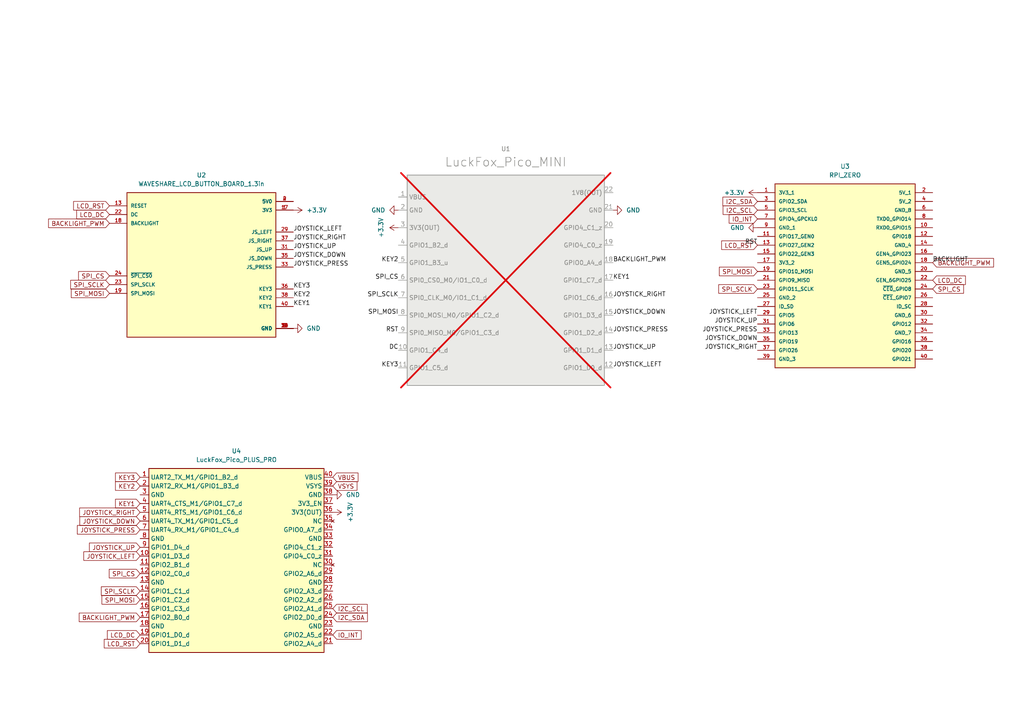
<source format=kicad_sch>
(kicad_sch (version 20250114) (generator "eeschema") (generator_version "9.0")
  (paper "A4")
  (lib_symbols
    (symbol "Luckfox:LuckFox_Pico_MINI"
      (property "Reference" "U" (at 0 53.34 0))
      (property "Value" "LuckFox_Pico_MINI" (at 1.016 -8.382 0))
      (symbol "LuckFox_Pico_MINI_0_1"
        (rectangle (start -25.4 54.61) (end 31.75 -6.35) (stroke (width 0.254)) (fill (type background)))
      )
      (symbol "LuckFox_Pico_MINI_1_1"
        (pin power_in line (at -27.94 48.26 0) (length 2.54) (name "VBUS") (number "1"))
        (pin power_in line (at -27.94 44.45 0) (length 2.54) (name "GND") (number "2"))
        (pin power_out line (at -27.94 39.37 0) (length 2.54) (name "3V3(OUT)") (number "3"))
        (pin bidirectional line (at -27.94 34.29 0) (length 2.54) (name "GPIO1_B2_d") (number "4"))
        (pin bidirectional line (at -27.94 29.21 0) (length 2.54) (name "GPIO1_B3_u") (number "5"))
        (pin bidirectional line (at -27.94 24.13 0) (length 2.54) (name "SPI0_CS0_M0/IO1_C0_d") (number "6"))
        (pin bidirectional line (at -27.94 19.05 0) (length 2.54) (name "SPI0_CLK_M0/IO1_C1_d") (number "7"))
        (pin bidirectional line (at -27.94 13.97 0) (length 2.54) (name "SPI0_MOSI_M0/GPIO1_C2_d") (number "8"))
        (pin bidirectional line (at -27.94 8.89 0) (length 2.54) (name "SPI0_MISO_M0/GPIO1_C3_d") (number "9"))
        (pin bidirectional line (at -27.94 3.81 0) (length 2.54) (name "GPIO1_C4_d") (number "10"))
        (pin bidirectional line (at -27.94 -1.27 0) (length 2.54) (name "GPIO1_C5_d") (number "11"))
        (pin power_out line (at 34.29 49.53 180) (length 2.54) (name "1V8(OUT)") (number "22"))
        (pin power_in line (at 34.29 44.45 180) (length 2.54) (name "GND") (number "21"))
        (pin bidirectional line (at 34.29 39.37 180) (length 2.54) (name "GPIO4_C1_z") (number "20"))
        (pin bidirectional line (at 34.29 34.29 180) (length 2.54) (name "GPIO4_C0_z") (number "19"))
        (pin bidirectional line (at 34.29 29.21 180) (length 2.54) (name "GPIO0_A4_d") (number "18"))
        (pin bidirectional line (at 34.29 24.13 180) (length 2.54) (name "GPIO1_C7_d") (number "17"))
        (pin bidirectional line (at 34.29 19.05 180) (length 2.54) (name "GPIO1_C6_d") (number "16"))
        (pin bidirectional line (at 34.29 13.97 180) (length 2.54) (name "GPIO1_D3_d") (number "15"))
        (pin bidirectional line (at 34.29 8.89 180) (length 2.54) (name "GPIO1_D2_d") (number "14"))
        (pin bidirectional line (at 34.29 3.81 180) (length 2.54) (name "GPIO1_D1_d") (number "13"))
        (pin bidirectional line (at 34.29 -1.27 180) (length 2.54) (name "GPIO1_D0_d") (number "12"))
      )
    )
    (symbol "Luckfox:LuckFox_Pico_PLUS_PRO"
      (property "Reference" "U" (at 0 54.61 0))
      (property "Value" "LuckFox_Pico_PLUS_PRO" (at -0.508 -1.778 0))
      (symbol "LuckFox_Pico_PLUS_PRO_0_1"
        (rectangle (start -25.4 53.34) (end 25.4 0) (stroke (width 0.254)) (fill (type background)))
      )
      (symbol "LuckFox_Pico_PLUS_PRO_1_1"
        (pin bidirectional line (at -27.94 50.8 0) (length 2.54) (name "UART2_TX_M1/GPIO1_B2_d") (number "1"))
        (pin bidirectional line (at -27.94 48.26 0) (length 2.54) (name "UART2_RX_M1/GPIO1_B3_d") (number "2"))
        (pin power_in line (at -27.94 45.72 0) (length 2.54) (name "GND") (number "3"))
        (pin bidirectional line (at -27.94 43.18 0) (length 2.54) (name "UART4_CTS_M1/GPIO1_C7_d") (number "4"))
        (pin bidirectional line (at -27.94 40.64 0) (length 2.54) (name "UART4_RTS_M1/GPIO1_C6_d") (number "5"))
        (pin bidirectional line (at -27.94 38.1 0) (length 2.54) (name "UART4_TX_M1/GPIO1_C5_d") (number "6"))
        (pin bidirectional line (at -27.94 35.56 0) (length 2.54) (name "UART4_RX_M1/GPIO1_C4_d") (number "7"))
        (pin power_in line (at -27.94 33.02 0) (length 2.54) (name "GND") (number "8"))
        (pin bidirectional line (at -27.94 30.48 0) (length 2.54) (name "GPIO1_D4_d") (number "9"))
        (pin bidirectional line (at -27.94 27.94 0) (length 2.54) (name "GPIO1_D3_d") (number "10"))
        (pin bidirectional line (at -27.94 25.4 0) (length 2.54) (name "GPIO2_B1_d") (number "11"))
        (pin bidirectional line (at -27.94 22.86 0) (length 2.54) (name "GPIO2_C0_d") (number "12"))
        (pin power_in line (at -27.94 20.32 0) (length 2.54) (name "GND") (number "13"))
        (pin bidirectional line (at -27.94 17.78 0) (length 2.54) (name "GPIO1_C1_d") (number "14"))
        (pin bidirectional line (at -27.94 15.24 0) (length 2.54) (name "GPIO1_C2_d") (number "15"))
        (pin bidirectional line (at -27.94 12.7 0) (length 2.54) (name "GPIO1_C3_d") (number "16"))
        (pin bidirectional line (at -27.94 10.16 0) (length 2.54) (name "GPIO2_B0_d") (number "17"))
        (pin power_in line (at -27.94 7.62 0) (length 2.54) (name "GND") (number "18"))
        (pin bidirectional line (at -27.94 5.08 0) (length 2.54) (name "GPIO1_D0_d") (number "19"))
        (pin bidirectional line (at -27.94 2.54 0) (length 2.54) (name "GPIO1_D1_d") (number "20"))
        (pin power_in line (at 27.94 50.8 180) (length 2.54) (name "VBUS") (number "40"))
        (pin power_in line (at 27.94 48.26 180) (length 2.54) (name "VSYS") (number "39"))
        (pin power_in line (at 27.94 45.72 180) (length 2.54) (name "GND") (number "38"))
        (pin power_in line (at 27.94 43.18 180) (length 2.54) (name "3V3_EN") (number "37"))
        (pin power_out line (at 27.94 40.64 180) (length 2.54) (name "3V3(OUT)") (number "36"))
        (pin no_connect line (at 27.94 38.1 180) (length 2.54) (name "NC") (number "35"))
        (pin bidirectional line (at 27.94 35.56 180) (length 2.54) (name "GPIO0_A7_d") (number "34"))
        (pin power_in line (at 27.94 33.02 180) (length 2.54) (name "GND") (number "33"))
        (pin bidirectional line (at 27.94 30.48 180) (length 2.54) (name "GPIO4_C1_z") (number "32"))
        (pin bidirectional line (at 27.94 27.94 180) (length 2.54) (name "GPIO4_C0_z") (number "31"))
        (pin no_connect line (at 27.94 25.4 180) (length 2.54) (name "NC") (number "30"))
        (pin bidirectional line (at 27.94 22.86 180) (length 2.54) (name "GPIO2_A6_d") (number "29"))
        (pin power_in line (at 27.94 20.32 180) (length 2.54) (name "GND") (number "28"))
        (pin bidirectional line (at 27.94 17.78 180) (length 2.54) (name "GPIO2_A3_d") (number "27"))
        (pin bidirectional line (at 27.94 15.24 180) (length 2.54) (name "GPIO2_A2_d") (number "26"))
        (pin bidirectional line (at 27.94 12.7 180) (length 2.54) (name "GPIO2_A1_d") (number "25"))
        (pin bidirectional line (at 27.94 10.16 180) (length 2.54) (name "GPIO2_D0_d") (number "24"))
        (pin power_in line (at 27.94 7.62 180) (length 2.54) (name "GND") (number "23"))
        (pin bidirectional line (at 27.94 5.08 180) (length 2.54) (name "GPIO2_A5_d") (number "22"))
        (pin bidirectional line (at 27.94 2.54 180) (length 2.54) (name "GPIO2_A4_d") (number "21"))
      )
    )
    (symbol "SeedSigner:RPI_ZERO" (pin_names (offset 1.016))
      (property "Reference" "U" (at -20.34 26.6962 0))
      (property "Value" "RPI_ZERO" (at -20.3391 -30.5087 0))
      (symbol "RPI_ZERO_0_0"
        (rectangle (start -20.32 -27.94) (end 20.32 25.4) (stroke (width 0.254)) (fill (type background)))
        (pin power_in line (at -25.4 22.86 0) (length 5.08) (name "3V3_1") (number "1"))
        (pin bidirectional line (at -25.4 20.32 0) (length 5.08) (name "GPIO2_SDA") (number "3"))
        (pin bidirectional line (at -25.4 17.78 0) (length 5.08) (name "GPIO3_SCL") (number "5"))
        (pin bidirectional line (at -25.4 15.24 0) (length 5.08) (name "GPIO4_GPCKL0") (number "7"))
        (pin power_in line (at -25.4 12.7 0) (length 5.08) (name "GND_1") (number "9"))
        (pin bidirectional line (at -25.4 10.16 0) (length 5.08) (name "GPIO17_GEN0") (number "11"))
        (pin bidirectional line (at -25.4 7.62 0) (length 5.08) (name "GPIO27_GEN2") (number "13"))
        (pin bidirectional line (at -25.4 5.08 0) (length 5.08) (name "GPIO22_GEN3") (number "15"))
        (pin power_in line (at -25.4 2.54 0) (length 5.08) (name "3V3_2") (number "17"))
        (pin bidirectional line (at -25.4 0 0) (length 5.08) (name "GPIO10_MOSI") (number "19"))
        (pin bidirectional line (at -25.4 -2.54 0) (length 5.08) (name "GPIO9_MISO") (number "21"))
        (pin bidirectional line (at -25.4 -5.08 0) (length 5.08) (name "GPIO11_SCLK") (number "23"))
        (pin power_in line (at -25.4 -7.62 0) (length 5.08) (name "GND_2") (number "25"))
        (pin bidirectional line (at -25.4 -10.16 0) (length 5.08) (name "ID_SD") (number "27"))
        (pin bidirectional line (at -25.4 -12.7 0) (length 5.08) (name "GPIO5") (number "29"))
        (pin bidirectional line (at -25.4 -15.24 0) (length 5.08) (name "GPIO6") (number "31"))
        (pin bidirectional line (at -25.4 -17.78 0) (length 5.08) (name "GPIO13") (number "33"))
        (pin bidirectional line (at -25.4 -20.32 0) (length 5.08) (name "GPIO19") (number "35"))
        (pin bidirectional line (at -25.4 -22.86 0) (length 5.08) (name "GPIO26") (number "37"))
        (pin power_in line (at -25.4 -25.4 0) (length 5.08) (name "GND_3") (number "39"))
        (pin power_in line (at 25.4 22.86 180) (length 5.08) (name "5V_1") (number "2"))
        (pin power_in line (at 25.4 20.32 180) (length 5.08) (name "5V_2") (number "4"))
        (pin power_in line (at 25.4 17.78 180) (length 5.08) (name "GND_8") (number "6"))
        (pin bidirectional line (at 25.4 15.24 180) (length 5.08) (name "TXD0_GPIO14") (number "8"))
        (pin bidirectional line (at 25.4 12.7 180) (length 5.08) (name "RXD0_GPIO15") (number "10"))
        (pin bidirectional line (at 25.4 10.16 180) (length 5.08) (name "GPIO18") (number "12"))
        (pin power_in line (at 25.4 7.62 180) (length 5.08) (name "GND_4") (number "14"))
        (pin bidirectional line (at 25.4 5.08 180) (length 5.08) (name "GEN4_GPIO23") (number "16"))
        (pin bidirectional line (at 25.4 2.54 180) (length 5.08) (name "GEN5_GPIO24") (number "18"))
        (pin power_in line (at 25.4 0 180) (length 5.08) (name "GND_5") (number "20"))
        (pin bidirectional line (at 25.4 -2.54 180) (length 5.08) (name "GEN_6GPIO25") (number "22"))
        (pin bidirectional line (at 25.4 -5.08 180) (length 5.08) (name "~{CE0}_GPIO8") (number "24"))
        (pin bidirectional line (at 25.4 -7.62 180) (length 5.08) (name "~{CE1}_GPIO7") (number "26"))
        (pin bidirectional line (at 25.4 -10.16 180) (length 5.08) (name "ID_SC") (number "28"))
        (pin power_in line (at 25.4 -12.7 180) (length 5.08) (name "GND_6") (number "30"))
        (pin bidirectional line (at 25.4 -15.24 180) (length 5.08) (name "GPIO12") (number "32"))
        (pin power_in line (at 25.4 -17.78 180) (length 5.08) (name "GND_7") (number "34"))
        (pin bidirectional line (at 25.4 -20.32 180) (length 5.08) (name "GPIO16") (number "36"))
        (pin bidirectional line (at 25.4 -22.86 180) (length 5.08) (name "GPIO20") (number "38"))
        (pin bidirectional line (at 25.4 -25.4 180) (length 5.08) (name "GPIO21") (number "40"))
      )
    )
    (symbol "SeedSigner:WAVESHARE_LCD_BUTTON" (pin_names (offset 1.016))
      (property "Reference" "U" (at -23.368 21.336 0))
      (property "Value" "WAVESHARE_LCD_BUTTON_BOARD_1.3in" (at -19.812 -24.384 0))
      (symbol "WAVESHARE_LCD_BUTTON_0_0"
        (rectangle (start -22.86 20.32) (end 20.32 -21.59) (stroke (width 0.254)) (fill (type background)))
        (pin power_in line (at 25.4 17.78 180) (length 5.08) (name "5V0") (number "2"))
        (pin power_in line (at 25.4 17.78 180) (length 5.08) (name "5V0") (number "4"))
        (pin power_in line (at 25.4 15.24 180) (length 5.08) (name "3V3") (number "1"))
        (pin power_in line (at 25.4 15.24 180) (length 5.08) (name "3V3") (number "17"))
        (pin power_in line (at 25.4 -19.05 180) (length 5.08) (name "GND") (number "14"))
        (pin power_in line (at 25.4 -19.05 180) (length 5.08) (name "GND") (number "20"))
        (pin power_in line (at 25.4 -19.05 180) (length 5.08) (name "GND") (number "25"))
        (pin power_in line (at 25.4 -19.05 180) (length 5.08) (name "GND") (number "30"))
        (pin power_in line (at 25.4 -19.05 180) (length 5.08) (name "GND") (number "34"))
        (pin power_in line (at 25.4 -19.05 180) (length 5.08) (name "GND") (number "39"))
        (pin power_in line (at 25.4 -19.05 180) (length 5.08) (name "GND") (number "6"))
        (pin power_in line (at 25.4 -19.05 180) (length 5.08) (name "GND") (number "9"))
      )
      (symbol "WAVESHARE_LCD_BUTTON_1_0"
        (pin bidirectional line (at -27.94 16.51 0) (length 5.08) (name "RESET") (number "13"))
        (pin bidirectional line (at -27.94 13.97 0) (length 5.08) (name "DC") (number "22"))
        (pin bidirectional line (at -27.94 11.43 0) (length 5.08) (name "BACKLIGHT") (number "18"))
        (pin bidirectional line (at -27.94 -3.81 0) (length 5.08) (name "~{SPI_CS0}") (number "24"))
        (pin bidirectional line (at -27.94 -6.35 0) (length 5.08) (name "SPI_SCLK") (number "23"))
        (pin bidirectional line (at -27.94 -8.89 0) (length 5.08) (name "SPI_MOSI") (number "19"))
        (pin bidirectional line (at 25.4 8.89 180) (length 5.08) (name "JS_LEFT") (number "29"))
        (pin bidirectional line (at 25.4 6.35 180) (length 5.08) (name "JS_RIGHT") (number "37"))
        (pin bidirectional line (at 25.4 3.81 180) (length 5.08) (name "JS_UP") (number "31"))
        (pin bidirectional line (at 25.4 1.27 180) (length 5.08) (name "JS_DOWN") (number "35"))
        (pin bidirectional line (at 25.4 -1.27 180) (length 5.08) (name "JS_PRESS") (number "33"))
        (pin bidirectional line (at 25.4 -7.62 180) (length 5.08) (name "KEY3") (number "36"))
        (pin bidirectional line (at 25.4 -10.16 180) (length 5.08) (name "KEY2") (number "38"))
        (pin bidirectional line (at 25.4 -12.7 180) (length 5.08) (name "KEY1") (number "40"))
      )
    )
    (symbol "power:+3.3V" (power) (pin_names (offset 0))
      (property "Value" "+3.3V" (at 0 3.556 0))
      (symbol "+3.3V_0_1"
        (polyline (pts (xy -0.762 1.27) (xy 0 2.54)))
        (polyline (pts (xy 0 2.54) (xy 0.762 1.27)))
        (polyline (pts (xy 0 0) (xy 0 2.54)))
      )
      (symbol "+3.3V_1_1"
        (pin power_in line (at 0 0 90) (length 0) (hide yes) (name "+3.3V") (number "1"))
      )
    )
    (symbol "power:GND" (power) (pin_names (offset 0))
      (property "Value" "GND" (at 0 -3.81 0))
      (symbol "GND_0_1"
        (polyline (pts (xy 0 0) (xy 0 -1.27) (xy 1.27 -1.27) (xy 0 -2.54) (xy -1.27 -1.27) (xy 0 -1.27)))
      )
      (symbol "GND_1_1"
        (pin power_in line (at 0 0 270) (length 0) (hide yes) (name "GND") (number "1"))
      )
    )
  )
  (label "JOYSTICK_RIGHT" (at 85.09 69.85 0))
  (label "SPI_MOSI" (at 115.57 91.44 180))
  (label "JOYSTICK_UP" (at 177.8 101.6 0))
  (label "JOYSTICK_PRESS" (at 177.8 96.52 0))
  (label "KEY1" (at 177.8 81.28 0))
  (label "JOYSTICK_LEFT" (at 177.8 106.68 0))
  (label "JOYSTICK_RIGHT" (at 219.71 101.6 180))
  (label "SPI_SCLK" (at 115.57 86.36 180))
  (label "JOYSTICK_PRESS" (at 219.71 96.52 180))
  (label "JOYSTICK_DOWN" (at 177.8 91.44 0))
  (label "JOYSTICK_RIGHT" (at 177.8 86.36 0))
  (label "JOYSTICK_DOWN" (at 85.09 74.93 0))
  (label "JOYSTICK_LEFT" (at 219.71 91.44 180))
  (label "RST" (at 219.71 71.12 180))
  (label "BACKLIGHT" (at 270.51 76.2 0))
  (label "JOYSTICK_LEFT" (at 85.09 67.31 0))
  (label "JOYSTICK_UP" (at 219.71 93.98 180))
  (label "SPI_CS" (at 115.57 81.28 180))
  (label "JOYSTICK_PRESS" (at 85.09 77.47 0))
  (label "BACKLIGHT_PWM" (at 177.8 76.2 0))
  (label "KEY2" (at 115.57 76.2 180))
  (label "JOYSTICK_UP" (at 85.09 72.39 0))
  (label "KEY3" (at 85.09 83.82 0))
  (label "DC" (at 115.57 101.6 180))
  (label "JOYSTICK_DOWN" (at 219.71 99.06 180))
  (label "KEY3" (at 115.57 106.68 180))
  (label "KEY1" (at 85.09 88.9 0))
  (label "RST" (at 115.57 96.52 180))
  (label "KEY2" (at 85.09 86.36 0))
  (global_label "SPI_MOSI" (shape input) (at 219.71 78.74 180) (property "Intersheetrefs" "${INTERSHEET_REFS}" (effects (hide yes))))
  (global_label "I2C_SDA" (shape input) (at 96.52 179.07 0) (property "Intersheetrefs" "${INTERSHEET_REFS}" (effects (hide yes))))
  (global_label "JOYSTICK_UP" (shape input) (at 40.64 158.75 180) (property "Intersheetrefs" "${INTERSHEET_REFS}" (effects (hide yes))))
  (global_label "IO_INT" (shape input) (at 96.52 184.15 0) (property "Intersheetrefs" "${INTERSHEET_REFS}" (effects (hide yes))))
  (global_label "SPI_CS" (shape input) (at 270.51 83.82 0) (property "Intersheetrefs" "${INTERSHEET_REFS}" (effects (hide yes))))
  (global_label "IO_INT" (shape input) (at 219.71 63.5 180) (property "Intersheetrefs" "${INTERSHEET_REFS}" (effects (hide yes))))
  (global_label "LCD_RST" (shape input) (at 219.71 71.12 180) (property "Intersheetrefs" "${INTERSHEET_REFS}" (effects (hide yes))))
  (global_label "JOYSTICK_RIGHT" (shape input) (at 40.64 148.59 180) (property "Intersheetrefs" "${INTERSHEET_REFS}" (effects (hide yes))))
  (global_label "SPI_SCLK" (shape input) (at 31.75 82.55 180) (property "Intersheetrefs" "${INTERSHEET_REFS}" (effects (hide yes))))
  (global_label "VBUS" (shape input) (at 96.52 138.43 0) (property "Intersheetrefs" "${INTERSHEET_REFS}" (effects (hide yes))))
  (global_label "LCD_DC" (shape input) (at 270.51 81.28 0) (property "Intersheetrefs" "${INTERSHEET_REFS}" (effects (hide yes))))
  (global_label "SPI_SCLK" (shape input) (at 40.64 171.45 180) (property "Intersheetrefs" "${INTERSHEET_REFS}" (effects (hide yes))))
  (global_label "BACKLIGHT_PWM" (shape input) (at 31.75 64.77 180) (property "Intersheetrefs" "${INTERSHEET_REFS}" (effects (hide yes))))
  (global_label "I2C_SCL" (shape input) (at 219.71 60.96 180) (property "Intersheetrefs" "${INTERSHEET_REFS}" (effects (hide yes))))
  (global_label "LCD_DC" (shape input) (at 40.64 184.15 180) (property "Intersheetrefs" "${INTERSHEET_REFS}" (effects (hide yes))))
  (global_label "BACKLIGHT_PWM" (shape input) (at 40.64 179.07 180) (property "Intersheetrefs" "${INTERSHEET_REFS}" (effects (hide yes))))
  (global_label "LCD_DC" (shape input) (at 31.75 62.23 180) (property "Intersheetrefs" "${INTERSHEET_REFS}" (effects (hide yes))))
  (global_label "SPI_CS" (shape input) (at 40.64 166.37 180) (property "Intersheetrefs" "${INTERSHEET_REFS}" (effects (hide yes))))
  (global_label "JOYSTICK_PRESS" (shape input) (at 40.64 153.67 180) (property "Intersheetrefs" "${INTERSHEET_REFS}" (effects (hide yes))))
  (global_label "SPI_MOSI" (shape input) (at 40.64 173.99 180) (property "Intersheetrefs" "${INTERSHEET_REFS}" (effects (hide yes))))
  (global_label "I2C_SDA" (shape input) (at 219.71 58.42 180) (property "Intersheetrefs" "${INTERSHEET_REFS}" (effects (hide yes))))
  (global_label "LCD_RST" (shape input) (at 40.64 186.69 180) (property "Intersheetrefs" "${INTERSHEET_REFS}" (effects (hide yes))))
  (global_label "BACKLIGHT_PWM" (shape input) (at 270.51 76.2 0) (property "Intersheetrefs" "${INTERSHEET_REFS}" (effects (hide yes))))
  (global_label "JOYSTICK_LEFT" (shape input) (at 40.64 161.29 180) (property "Intersheetrefs" "${INTERSHEET_REFS}" (effects (hide yes))))
  (global_label "LCD_RST" (shape input) (at 31.75 59.69 180) (property "Intersheetrefs" "${INTERSHEET_REFS}" (effects (hide yes))))
  (global_label "SPI_MOSI" (shape input) (at 31.75 85.09 180) (property "Intersheetrefs" "${INTERSHEET_REFS}" (effects (hide yes))))
  (global_label "KEY2" (shape input) (at 40.64 140.97 180) (property "Intersheetrefs" "${INTERSHEET_REFS}" (effects (hide yes))))
  (global_label "SPI_SCLK" (shape input) (at 219.71 83.82 180) (property "Intersheetrefs" "${INTERSHEET_REFS}" (effects (hide yes))))
  (global_label "KEY3" (shape input) (at 40.64 138.43 180) (property "Intersheetrefs" "${INTERSHEET_REFS}" (effects (hide yes))))
  (global_label "KEY1" (shape input) (at 40.64 146.05 180) (property "Intersheetrefs" "${INTERSHEET_REFS}" (effects (hide yes))))
  (global_label "VSYS" (shape input) (at 96.52 140.97 0) (property "Intersheetrefs" "${INTERSHEET_REFS}" (effects (hide yes))))
  (global_label "SPI_CS" (shape input) (at 31.75 80.01 180) (property "Intersheetrefs" "${INTERSHEET_REFS}" (effects (hide yes))))
  (global_label "JOYSTICK_DOWN" (shape input) (at 40.64 151.13 180) (property "Intersheetrefs" "${INTERSHEET_REFS}" (effects (hide yes))))
  (global_label "I2C_SCL" (shape input) (at 96.52 176.53 0) (property "Intersheetrefs" "${INTERSHEET_REFS}" (effects (hide yes))))
  (symbol (lib_id "Luckfox:LuckFox_Pico_PLUS_PRO") (at 68.58 189.23 0) (unit 1)
    (property "Reference" "U4" (at 68.58 130.81 0))
    (property "Value" "LuckFox_Pico_PLUS_PRO" (at 68.58 133.35 0))
    (property "Footprint" "seedsigner-luckfox:LUCKFOX_PICO" (effects (hide yes)))
  )
  (symbol (lib_id "power:+3.3V") (at 85.09 60.96 270) (unit 1)
    (property "Reference" "#PWR09" (effects (hide yes)))
    (property "Value" "+3.3V" (at 88.9 60.9599 90) (effects (justify left)))
  )
  (symbol (lib_id "power:GND") (at 219.71 66.04 270) (unit 1)
    (property "Reference" "#PWR019" (effects (hide yes)))
    (property "Value" "GND" (at 215.9 66.0399 90) (effects (justify right)))
  )
  (symbol (lib_id "power:GND") (at 96.52 143.51 90) (unit 1)
    (property "Reference" "#PWR03" (effects (hide yes)))
    (property "Value" "GND" (at 100.33 143.5099 90) (effects (justify right)))
  )
  (symbol (lib_id "Luckfox:LuckFox_Pico_MINI") (at 143.51 105.41 0) (unit 1) (in_bom no) (on_board no) (dnp yes)
    (property "Reference" "U1" (at 146.685 43.18 0))
    (property "Value" "LuckFox_Pico_MINI" (at 146.685 46.99 0) (effects (font (size 2.54 2.54))))
    (property "Footprint" "seedsigner-luckfox:LUCKFOX_PICO_MINI" (effects (hide yes)))
  )
  (symbol (lib_id "SeedSigner:RPI_ZERO") (at 245.11 78.74 0) (unit 1)
    (property "Reference" "U3" (at 245.11 48.26 0))
    (property "Value" "RPI_ZERO" (at 245.11 50.8 0))
    (property "Footprint" "seedsigner-luckfox:RPi_Zero" (effects (hide yes)))
  )
  (symbol (lib_id "power:+3.3V") (at 219.71 55.88 90) (unit 1)
    (property "Reference" "#PWR018" (effects (hide yes)))
    (property "Value" "+3.3V" (at 215.9 55.8799 90) (effects (justify left)))
  )
  (symbol (lib_id "power:GND") (at 85.09 95.25 90) (unit 1)
    (property "Reference" "#PWR014" (effects (hide yes)))
    (property "Value" "GND" (at 88.9 95.2499 90) (effects (justify right)))
  )
  (symbol (lib_id "power:GND") (at 115.57 60.96 270) (unit 1)
    (property "Reference" "#PWR015" (effects (hide yes)))
    (property "Value" "GND" (at 111.76 60.9599 90) (effects (justify right)))
  )
  (symbol (lib_id "SeedSigner:WAVESHARE_LCD_BUTTON") (at 59.69 76.2 0) (unit 1)
    (property "Reference" "U2" (at 58.42 50.8 0))
    (property "Value" "WAVESHARE_LCD_BUTTON_BOARD_1.3in" (at 58.42 53.34 0))
    (property "Footprint" "seedsigner-luckfox:WAVESHARE_LCD_BUTTON" (effects (hide yes)))
    (property "MANUFACTURER" "Waveshare" (effects (hide yes)))
  )
  (symbol (lib_id "power:GND") (at 177.8 60.96 90) (unit 1)
    (property "Reference" "#PWR017" (effects (hide yes)))
    (property "Value" "GND" (at 181.61 60.9599 90) (effects (justify right)))
  )
  (symbol (lib_id "power:+3.3V") (at 115.57 66.04 90) (unit 1)
    (property "Reference" "#PWR016" (effects (hide yes)))
    (property "Value" "+3.3V" (at 110.49 66.04 0))
  )
  (symbol (lib_id "power:+3.3V") (at 96.52 148.59 270) (unit 1)
    (property "Reference" "#PWR04" (effects (hide yes)))
    (property "Value" "+3.3V" (at 101.6 148.59 0))
  )
)
</source>
